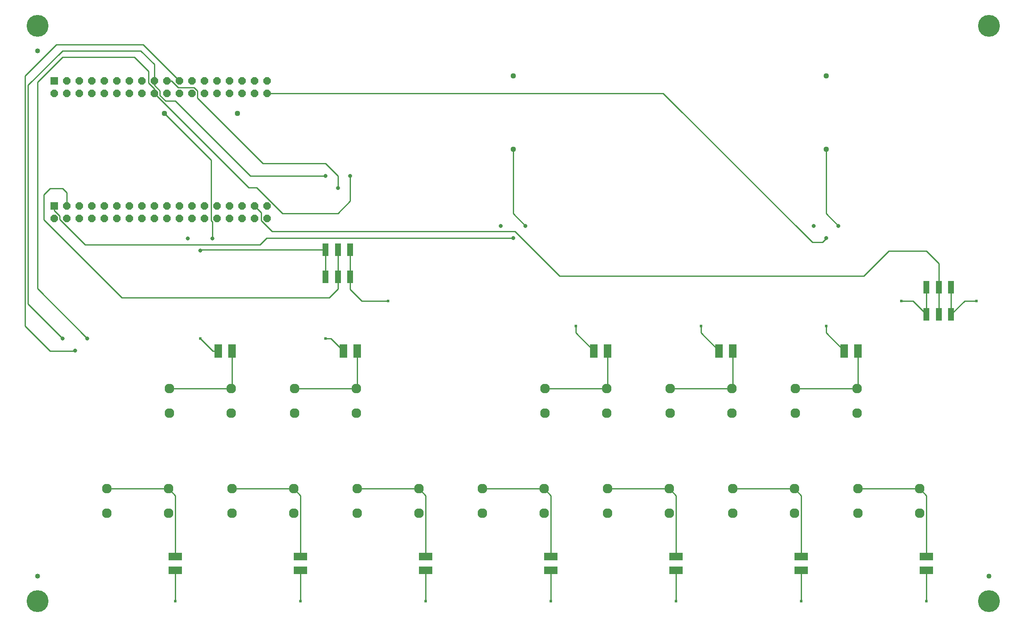
<source format=gbr>
G04 EAGLE Gerber RS-274X export*
G75*
%MOMM*%
%FSLAX34Y34*%
%LPD*%
%INTop Copper*%
%IPPOS*%
%AMOC8*
5,1,8,0,0,1.08239X$1,22.5*%
G01*
%ADD10R,1.524000X1.524000*%
%ADD11P,1.649562X8X22.500000*%
%ADD12C,4.445000*%
%ADD13C,1.016000*%
%ADD14C,1.960000*%
%ADD15R,2.700000X1.600000*%
%ADD16R,1.200000X2.500000*%
%ADD17R,1.600000X2.700000*%
%ADD18C,0.804800*%
%ADD19C,1.120000*%
%ADD20C,0.254000*%
%ADD21C,0.609600*%


D10*
X84500Y1107700D03*
D11*
X84500Y1082300D03*
X109900Y1107700D03*
X109900Y1082300D03*
X135300Y1107700D03*
X135300Y1082300D03*
X160700Y1107700D03*
X160700Y1082300D03*
X186100Y1107700D03*
X186100Y1082300D03*
X211500Y1107700D03*
X211500Y1082300D03*
X236900Y1107700D03*
X236900Y1082300D03*
X262300Y1107700D03*
X262300Y1082300D03*
X287700Y1107700D03*
X287700Y1082300D03*
X313100Y1107700D03*
X313100Y1082300D03*
X338500Y1107700D03*
X338500Y1082300D03*
X363900Y1107700D03*
X363900Y1082300D03*
X389300Y1107700D03*
X389300Y1082300D03*
X414700Y1107700D03*
X414700Y1082300D03*
X440100Y1107700D03*
X440100Y1082300D03*
X465500Y1107700D03*
X465500Y1082300D03*
X490900Y1107700D03*
X490900Y1082300D03*
X516300Y1107700D03*
X516300Y1082300D03*
D10*
X84500Y853700D03*
D11*
X84500Y828300D03*
X109900Y853700D03*
X109900Y828300D03*
X135300Y853700D03*
X135300Y828300D03*
X160700Y853700D03*
X160700Y828300D03*
X186100Y853700D03*
X186100Y828300D03*
X211500Y853700D03*
X211500Y828300D03*
X236900Y853700D03*
X236900Y828300D03*
X262300Y853700D03*
X262300Y828300D03*
X287700Y853700D03*
X287700Y828300D03*
X313100Y853700D03*
X313100Y828300D03*
X338500Y853700D03*
X338500Y828300D03*
X363900Y853700D03*
X363900Y828300D03*
X389300Y853700D03*
X389300Y828300D03*
X414700Y853700D03*
X414700Y828300D03*
X440100Y853700D03*
X440100Y828300D03*
X465500Y853700D03*
X465500Y828300D03*
X490900Y853700D03*
X490900Y828300D03*
X516300Y853700D03*
X516300Y828300D03*
D12*
X50800Y50800D03*
X50800Y1219200D03*
X1981200Y50800D03*
X1981200Y1219200D03*
D13*
X50800Y101600D03*
X50800Y1168400D03*
X1981200Y101600D03*
D14*
X316500Y279000D03*
X316500Y229000D03*
X191500Y229000D03*
X191500Y279000D03*
X443500Y482200D03*
X443500Y432200D03*
X318500Y432200D03*
X318500Y482200D03*
D15*
X330200Y113000D03*
X330200Y141000D03*
D14*
X570500Y279000D03*
X570500Y229000D03*
X445500Y229000D03*
X445500Y279000D03*
X697500Y482200D03*
X697500Y432200D03*
X572500Y432200D03*
X572500Y482200D03*
D15*
X584200Y113000D03*
X584200Y141000D03*
D14*
X824500Y279000D03*
X824500Y229000D03*
X699500Y229000D03*
X699500Y279000D03*
D15*
X838200Y113000D03*
X838200Y141000D03*
D14*
X1078500Y279000D03*
X1078500Y229000D03*
X953500Y229000D03*
X953500Y279000D03*
X1205500Y482200D03*
X1205500Y432200D03*
X1080500Y432200D03*
X1080500Y482200D03*
D15*
X1092200Y113000D03*
X1092200Y141000D03*
D14*
X1332500Y279000D03*
X1332500Y229000D03*
X1207500Y229000D03*
X1207500Y279000D03*
X1459500Y482200D03*
X1459500Y432200D03*
X1334500Y432200D03*
X1334500Y482200D03*
D15*
X1346200Y113000D03*
X1346200Y141000D03*
D14*
X1586500Y279000D03*
X1586500Y229000D03*
X1461500Y229000D03*
X1461500Y279000D03*
X1713500Y482200D03*
X1713500Y432200D03*
X1588500Y432200D03*
X1588500Y482200D03*
D15*
X1600200Y113000D03*
X1600200Y141000D03*
D14*
X1840500Y279000D03*
X1840500Y229000D03*
X1715500Y229000D03*
X1715500Y279000D03*
D15*
X1854200Y113000D03*
X1854200Y141000D03*
D16*
X1904600Y687900D03*
X1879600Y687900D03*
X1854600Y687900D03*
X1904600Y632900D03*
X1879600Y632900D03*
X1854600Y632900D03*
X635400Y709100D03*
X660400Y709100D03*
X685400Y709100D03*
X635400Y764100D03*
X660400Y764100D03*
X685400Y764100D03*
D17*
X1687800Y558800D03*
X1715800Y558800D03*
X1433800Y558800D03*
X1461800Y558800D03*
X1179800Y558800D03*
X1207800Y558800D03*
X671800Y558800D03*
X699800Y558800D03*
X417800Y558800D03*
X445800Y558800D03*
D18*
X991000Y812800D03*
X1041000Y812800D03*
X1016000Y787800D03*
X1626000Y812800D03*
X1676000Y812800D03*
X1651000Y787800D03*
X102000Y584200D03*
X152000Y584200D03*
X127000Y559200D03*
X635400Y914400D03*
X685400Y914400D03*
X660400Y889400D03*
X356000Y787400D03*
X406000Y787400D03*
X381000Y762400D03*
D19*
X456800Y1041400D03*
X308500Y1041400D03*
X1651000Y1117200D03*
X1651000Y968900D03*
X1016000Y1117200D03*
X1016000Y968900D03*
D20*
X1904600Y687900D02*
X1904600Y632900D01*
D21*
X1955800Y660400D03*
D20*
X1932100Y660400D02*
X1904600Y632900D01*
X1932100Y660400D02*
X1955800Y660400D01*
X685400Y709100D02*
X685400Y764100D01*
D21*
X762000Y660400D03*
D20*
X685400Y683700D02*
X685400Y709100D01*
X685400Y683700D02*
X708700Y660400D01*
X762000Y660400D01*
D21*
X330200Y50800D03*
D20*
X330200Y113000D01*
D21*
X584200Y50800D03*
X838200Y50800D03*
X1092200Y50800D03*
X1346200Y50800D03*
X1600200Y50800D03*
X1854200Y50800D03*
X1651000Y609600D03*
X1397000Y609600D03*
X1143000Y609600D03*
X635000Y584200D03*
X381000Y584200D03*
D20*
X584200Y113000D02*
X584200Y50800D01*
X838200Y50800D02*
X838200Y113000D01*
X1092200Y113000D02*
X1092200Y50800D01*
X1346200Y50800D02*
X1346200Y113000D01*
X1600200Y113000D02*
X1600200Y50800D01*
X1854200Y50800D02*
X1854200Y113000D01*
X1687800Y558800D02*
X1651000Y595600D01*
X1651000Y609600D01*
X1433800Y558800D02*
X1397000Y595600D01*
X1397000Y609600D01*
X1179800Y558800D02*
X1143000Y595600D01*
X1143000Y609600D01*
X646400Y584200D02*
X635000Y584200D01*
X646400Y584200D02*
X671800Y558800D01*
X417800Y558800D02*
X406400Y558800D01*
X381000Y584200D01*
D21*
X1803400Y660400D03*
D20*
X1854600Y632900D02*
X1854600Y687900D01*
X1827100Y660400D02*
X1854600Y632900D01*
X1827100Y660400D02*
X1803400Y660400D01*
X316500Y279000D02*
X191500Y279000D01*
X316500Y279000D02*
X330200Y265300D01*
X330200Y141000D01*
X445500Y279000D02*
X570500Y279000D01*
X584200Y265300D01*
X584200Y141000D01*
X699500Y279000D02*
X824500Y279000D01*
X838200Y265300D01*
X838200Y141000D01*
X953500Y279000D02*
X1078500Y279000D01*
X1092200Y265300D01*
X1092200Y141000D01*
X1207500Y279000D02*
X1332500Y279000D01*
X1346200Y265300D01*
X1346200Y141000D01*
X1461500Y279000D02*
X1586500Y279000D01*
X1600200Y265300D01*
X1600200Y141000D01*
X1715500Y279000D02*
X1840500Y279000D01*
X1854200Y265300D01*
X1854200Y141000D01*
X1879600Y687900D02*
X1879600Y736600D01*
X1854200Y762000D01*
X1778000Y762000D02*
X1727200Y711200D01*
X1778000Y762000D02*
X1854200Y762000D01*
X1879600Y687900D02*
X1879600Y632900D01*
X504870Y839730D02*
X490900Y853700D01*
X504870Y839730D02*
X504870Y823566D01*
X526452Y801984D01*
X1019245Y801984D01*
X1110029Y711200D02*
X1727200Y711200D01*
X1110029Y711200D02*
X1019245Y801984D01*
X406000Y787400D02*
X406000Y820836D01*
X403270Y823566D01*
X403270Y946630D02*
X308500Y1041400D01*
X403270Y946630D02*
X403270Y823566D01*
X635400Y764100D02*
X635400Y709100D01*
X635400Y764100D02*
X382700Y764100D01*
X381000Y762400D01*
X660400Y764100D02*
X660400Y709100D01*
X660400Y684812D01*
X642978Y667390D01*
X221610Y667390D01*
X63500Y825500D01*
X63500Y876300D01*
X76200Y889000D01*
X101600Y889000D01*
X109900Y880700D01*
X109900Y853700D01*
X31750Y1098550D02*
X101600Y1168400D01*
X260350Y1168400D01*
X287700Y1141050D01*
X287700Y1107700D01*
X310384Y1066800D02*
X330200Y1066800D01*
X287700Y1098720D02*
X287700Y1107700D01*
X299130Y1087290D02*
X299130Y1078054D01*
X299130Y1087290D02*
X287700Y1098720D01*
X330200Y1066800D02*
X482600Y914400D01*
X310384Y1066800D02*
X299130Y1078054D01*
X31750Y654450D02*
X102000Y584200D01*
X31750Y654450D02*
X31750Y1098550D01*
X482600Y914400D02*
X635400Y914400D01*
X101600Y1155700D02*
X50800Y1104900D01*
X101600Y1155700D02*
X247650Y1155700D01*
X287700Y1091536D02*
X287700Y1082300D01*
X287700Y1091536D02*
X276270Y1102966D01*
X276270Y1127080D02*
X247650Y1155700D01*
X276270Y1127080D02*
X276270Y1102966D01*
X287700Y1082300D02*
X479470Y890530D01*
X495635Y890530D01*
X547965Y838200D01*
X660400Y838200D01*
X685400Y863200D01*
X685400Y914400D01*
X152000Y584200D02*
X50800Y685400D01*
X50800Y1104900D01*
X127000Y559200D02*
X126600Y558800D01*
X76200Y558800D01*
X25400Y609600D01*
X25400Y1117600D01*
X88900Y1181100D01*
X265100Y1181100D02*
X338500Y1107700D01*
X265100Y1181100D02*
X88900Y1181100D01*
X368635Y1093730D02*
X375330Y1087035D01*
X322336Y1107700D02*
X313100Y1107700D01*
X375330Y1087035D02*
X375330Y1072470D01*
X336306Y1093730D02*
X322336Y1107700D01*
X336306Y1093730D02*
X368635Y1093730D01*
X508000Y939800D02*
X635000Y939800D01*
X508000Y939800D02*
X375330Y1072470D01*
X635000Y939800D02*
X660400Y914400D01*
X660400Y889400D01*
X516300Y1082300D02*
X1320021Y1082300D01*
X1622755Y779566D01*
X1651000Y787400D02*
X1651000Y787800D01*
X1651000Y787400D02*
X1643166Y779566D01*
X1622755Y779566D01*
X1676000Y812800D02*
X1651000Y837800D01*
X1651000Y968900D01*
X1016000Y787800D02*
X515584Y787800D01*
X502484Y774700D01*
X147336Y774700D01*
X84500Y844465D02*
X84500Y853700D01*
X84500Y844465D02*
X95930Y833035D01*
X95930Y826106D02*
X147336Y774700D01*
X95930Y826106D02*
X95930Y833035D01*
X1016000Y837800D02*
X1041000Y812800D01*
X1016000Y837800D02*
X1016000Y968900D01*
X1588500Y482200D02*
X1713500Y482200D01*
X1715800Y484500D02*
X1715800Y558800D01*
X1715800Y484500D02*
X1713500Y482200D01*
X1459500Y482200D02*
X1334500Y482200D01*
X1461800Y484500D02*
X1461800Y558800D01*
X1461800Y484500D02*
X1459500Y482200D01*
X1205500Y482200D02*
X1080500Y482200D01*
X1207800Y484500D02*
X1207800Y558800D01*
X1207800Y484500D02*
X1205500Y482200D01*
X699800Y484500D02*
X699800Y558800D01*
X699800Y484500D02*
X697500Y482200D01*
X572500Y482200D01*
X443500Y482200D02*
X318500Y482200D01*
X443500Y482200D02*
X445800Y484500D01*
X445800Y558800D01*
M02*

</source>
